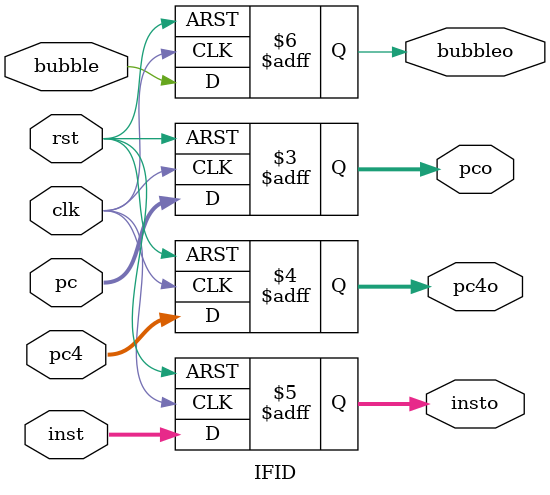
<source format=v>
`timescale 1ns / 1ps
module IFID (
    output reg [31:0]pco,pc4o,insto,
    output reg bubbleo,
    input [31:0]pc,pc4,inst,
    input bubble,
    input clk,rst
);
    always @(posedge clk, negedge rst) begin
        if(!rst)begin
            pco<=0;
            pc4o<=0;
            insto<=0;
            bubbleo<=0;
        end
        else begin
            pco<=pc;
            pc4o<=pc4;
            insto<=inst;
            bubbleo<=bubble;
        end
    end
endmodule
</source>
